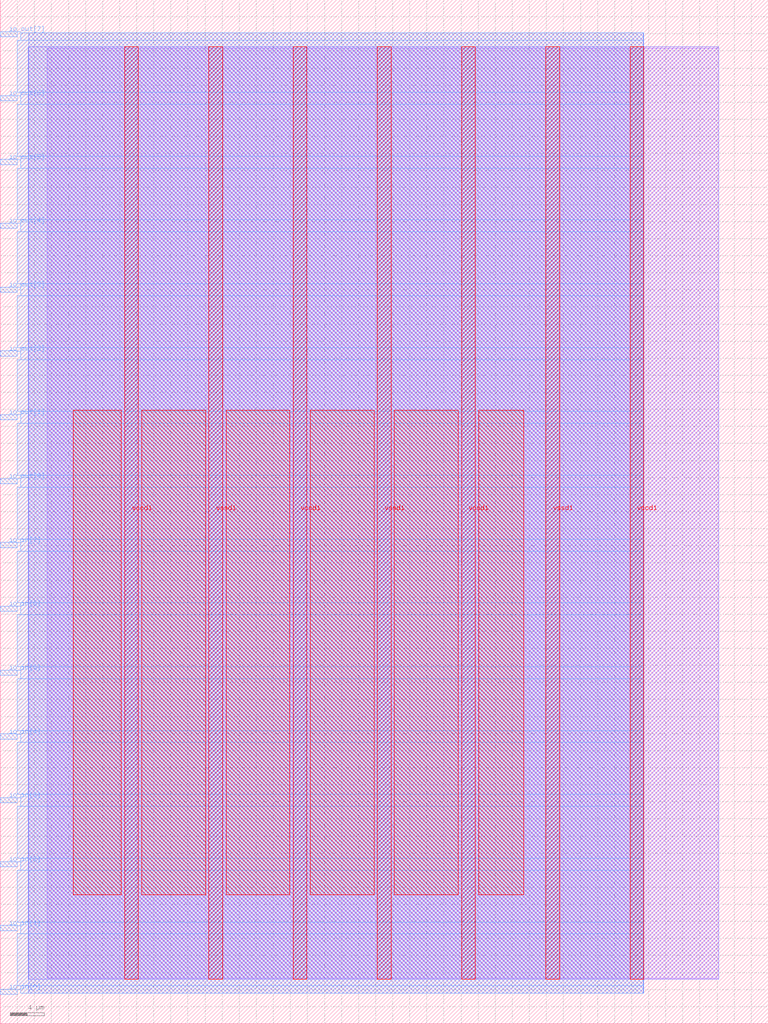
<source format=lef>
VERSION 5.7 ;
  NOWIREEXTENSIONATPIN ON ;
  DIVIDERCHAR "/" ;
  BUSBITCHARS "[]" ;
MACRO meriac_tt02_play_tune
  CLASS BLOCK ;
  FOREIGN meriac_tt02_play_tune ;
  ORIGIN 0.000 0.000 ;
  SIZE 90.000 BY 120.000 ;
  PIN io_in[0]
    DIRECTION INPUT ;
    USE SIGNAL ;
    PORT
      LAYER met3 ;
        RECT 0.000 3.440 2.000 4.040 ;
    END
  END io_in[0]
  PIN io_in[1]
    DIRECTION INPUT ;
    USE SIGNAL ;
    PORT
      LAYER met3 ;
        RECT 0.000 10.920 2.000 11.520 ;
    END
  END io_in[1]
  PIN io_in[2]
    DIRECTION INPUT ;
    USE SIGNAL ;
    PORT
      LAYER met3 ;
        RECT 0.000 18.400 2.000 19.000 ;
    END
  END io_in[2]
  PIN io_in[3]
    DIRECTION INPUT ;
    USE SIGNAL ;
    PORT
      LAYER met3 ;
        RECT 0.000 25.880 2.000 26.480 ;
    END
  END io_in[3]
  PIN io_in[4]
    DIRECTION INPUT ;
    USE SIGNAL ;
    PORT
      LAYER met3 ;
        RECT 0.000 33.360 2.000 33.960 ;
    END
  END io_in[4]
  PIN io_in[5]
    DIRECTION INPUT ;
    USE SIGNAL ;
    PORT
      LAYER met3 ;
        RECT 0.000 40.840 2.000 41.440 ;
    END
  END io_in[5]
  PIN io_in[6]
    DIRECTION INPUT ;
    USE SIGNAL ;
    PORT
      LAYER met3 ;
        RECT 0.000 48.320 2.000 48.920 ;
    END
  END io_in[6]
  PIN io_in[7]
    DIRECTION INPUT ;
    USE SIGNAL ;
    PORT
      LAYER met3 ;
        RECT 0.000 55.800 2.000 56.400 ;
    END
  END io_in[7]
  PIN io_out[0]
    DIRECTION OUTPUT TRISTATE ;
    USE SIGNAL ;
    PORT
      LAYER met3 ;
        RECT 0.000 63.280 2.000 63.880 ;
    END
  END io_out[0]
  PIN io_out[1]
    DIRECTION OUTPUT TRISTATE ;
    USE SIGNAL ;
    PORT
      LAYER met3 ;
        RECT 0.000 70.760 2.000 71.360 ;
    END
  END io_out[1]
  PIN io_out[2]
    DIRECTION OUTPUT TRISTATE ;
    USE SIGNAL ;
    PORT
      LAYER met3 ;
        RECT 0.000 78.240 2.000 78.840 ;
    END
  END io_out[2]
  PIN io_out[3]
    DIRECTION OUTPUT TRISTATE ;
    USE SIGNAL ;
    PORT
      LAYER met3 ;
        RECT 0.000 85.720 2.000 86.320 ;
    END
  END io_out[3]
  PIN io_out[4]
    DIRECTION OUTPUT TRISTATE ;
    USE SIGNAL ;
    PORT
      LAYER met3 ;
        RECT 0.000 93.200 2.000 93.800 ;
    END
  END io_out[4]
  PIN io_out[5]
    DIRECTION OUTPUT TRISTATE ;
    USE SIGNAL ;
    PORT
      LAYER met3 ;
        RECT 0.000 100.680 2.000 101.280 ;
    END
  END io_out[5]
  PIN io_out[6]
    DIRECTION OUTPUT TRISTATE ;
    USE SIGNAL ;
    PORT
      LAYER met3 ;
        RECT 0.000 108.160 2.000 108.760 ;
    END
  END io_out[6]
  PIN io_out[7]
    DIRECTION OUTPUT TRISTATE ;
    USE SIGNAL ;
    PORT
      LAYER met3 ;
        RECT 0.000 115.640 2.000 116.240 ;
    END
  END io_out[7]
  PIN vccd1
    DIRECTION INOUT ;
    USE POWER ;
    PORT
      LAYER met4 ;
        RECT 14.590 5.200 16.190 114.480 ;
    END
    PORT
      LAYER met4 ;
        RECT 34.330 5.200 35.930 114.480 ;
    END
    PORT
      LAYER met4 ;
        RECT 54.070 5.200 55.670 114.480 ;
    END
    PORT
      LAYER met4 ;
        RECT 73.810 5.200 75.410 114.480 ;
    END
  END vccd1
  PIN vssd1
    DIRECTION INOUT ;
    USE GROUND ;
    PORT
      LAYER met4 ;
        RECT 24.460 5.200 26.060 114.480 ;
    END
    PORT
      LAYER met4 ;
        RECT 44.200 5.200 45.800 114.480 ;
    END
    PORT
      LAYER met4 ;
        RECT 63.940 5.200 65.540 114.480 ;
    END
  END vssd1
  OBS
      LAYER li1 ;
        RECT 5.520 5.355 84.180 114.325 ;
      LAYER met1 ;
        RECT 3.290 5.200 84.180 114.480 ;
      LAYER met2 ;
        RECT 3.320 3.555 75.380 116.125 ;
      LAYER met3 ;
        RECT 2.400 115.240 75.400 116.105 ;
        RECT 2.000 109.160 75.400 115.240 ;
        RECT 2.400 107.760 75.400 109.160 ;
        RECT 2.000 101.680 75.400 107.760 ;
        RECT 2.400 100.280 75.400 101.680 ;
        RECT 2.000 94.200 75.400 100.280 ;
        RECT 2.400 92.800 75.400 94.200 ;
        RECT 2.000 86.720 75.400 92.800 ;
        RECT 2.400 85.320 75.400 86.720 ;
        RECT 2.000 79.240 75.400 85.320 ;
        RECT 2.400 77.840 75.400 79.240 ;
        RECT 2.000 71.760 75.400 77.840 ;
        RECT 2.400 70.360 75.400 71.760 ;
        RECT 2.000 64.280 75.400 70.360 ;
        RECT 2.400 62.880 75.400 64.280 ;
        RECT 2.000 56.800 75.400 62.880 ;
        RECT 2.400 55.400 75.400 56.800 ;
        RECT 2.000 49.320 75.400 55.400 ;
        RECT 2.400 47.920 75.400 49.320 ;
        RECT 2.000 41.840 75.400 47.920 ;
        RECT 2.400 40.440 75.400 41.840 ;
        RECT 2.000 34.360 75.400 40.440 ;
        RECT 2.400 32.960 75.400 34.360 ;
        RECT 2.000 26.880 75.400 32.960 ;
        RECT 2.400 25.480 75.400 26.880 ;
        RECT 2.000 19.400 75.400 25.480 ;
        RECT 2.400 18.000 75.400 19.400 ;
        RECT 2.000 11.920 75.400 18.000 ;
        RECT 2.400 10.520 75.400 11.920 ;
        RECT 2.000 4.440 75.400 10.520 ;
        RECT 2.400 3.575 75.400 4.440 ;
      LAYER met4 ;
        RECT 8.575 15.135 14.190 71.905 ;
        RECT 16.590 15.135 24.060 71.905 ;
        RECT 26.460 15.135 33.930 71.905 ;
        RECT 36.330 15.135 43.800 71.905 ;
        RECT 46.200 15.135 53.670 71.905 ;
        RECT 56.070 15.135 61.345 71.905 ;
  END
END meriac_tt02_play_tune
END LIBRARY


</source>
